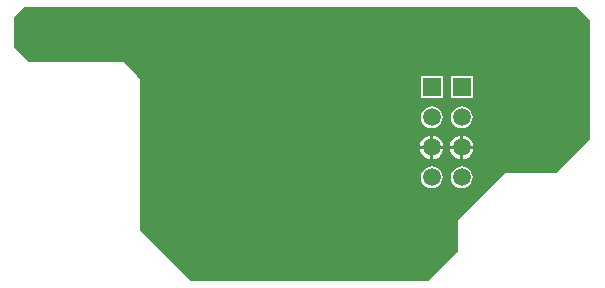
<source format=gbl>
G04 Layer_Physical_Order=2*
G04 Layer_Color=16711680*
%FSLAX24Y24*%
%MOIN*%
G70*
G01*
G75*
%ADD23R,0.0591X0.0591*%
%ADD24C,0.0591*%
%ADD25C,0.0320*%
G36*
X19050Y9550D02*
X19400Y9200D01*
Y5250D01*
X18250Y4100D01*
X16550D01*
X15000Y2550D01*
Y1500D01*
X14000Y500D01*
X6100D01*
X4400Y2200D01*
Y3200D01*
Y7250D01*
X4300Y7350D01*
X3850Y7800D01*
X700D01*
X200Y8300D01*
Y9300D01*
X550Y9650D01*
X18950D01*
X19050Y9550D01*
D02*
G37*
%LPC*%
G36*
X14475Y7325D02*
X13745D01*
Y6595D01*
X14475D01*
Y7325D01*
D02*
G37*
G36*
X15475Y7322D02*
X14745D01*
Y6592D01*
X15475D01*
Y7322D01*
D02*
G37*
G36*
X14110Y6328D02*
X14015Y6316D01*
X13926Y6279D01*
X13849Y6221D01*
X13791Y6144D01*
X13754Y6055D01*
X13742Y5960D01*
X13754Y5865D01*
X13791Y5776D01*
X13849Y5699D01*
X13926Y5641D01*
X14015Y5604D01*
X14110Y5592D01*
X14205Y5604D01*
X14294Y5641D01*
X14371Y5699D01*
X14429Y5776D01*
X14466Y5865D01*
X14478Y5960D01*
X14466Y6055D01*
X14429Y6144D01*
X14371Y6221D01*
X14294Y6279D01*
X14205Y6316D01*
X14110Y6328D01*
D02*
G37*
G36*
X15110Y6325D02*
X15015Y6313D01*
X14926Y6276D01*
X14849Y6217D01*
X14791Y6141D01*
X14754Y6052D01*
X14742Y5957D01*
X14754Y5861D01*
X14791Y5773D01*
X14849Y5696D01*
X14926Y5638D01*
X15015Y5601D01*
X15110Y5588D01*
X15205Y5601D01*
X15294Y5638D01*
X15371Y5696D01*
X15429Y5773D01*
X15466Y5861D01*
X15478Y5957D01*
X15466Y6052D01*
X15429Y6141D01*
X15371Y6217D01*
X15294Y6276D01*
X15205Y6313D01*
X15110Y6325D01*
D02*
G37*
G36*
X14160Y5352D02*
Y5010D01*
X14502D01*
X14495Y5063D01*
X14455Y5159D01*
X14392Y5242D01*
X14309Y5305D01*
X14213Y5345D01*
X14160Y5352D01*
D02*
G37*
G36*
X14060D02*
X14007Y5345D01*
X13911Y5305D01*
X13828Y5242D01*
X13765Y5159D01*
X13725Y5063D01*
X13718Y5010D01*
X14060D01*
Y5352D01*
D02*
G37*
G36*
X15160Y5349D02*
Y5007D01*
X15502D01*
X15495Y5060D01*
X15455Y5156D01*
X15392Y5239D01*
X15309Y5302D01*
X15213Y5342D01*
X15160Y5349D01*
D02*
G37*
G36*
X15060D02*
X15007Y5342D01*
X14911Y5302D01*
X14828Y5239D01*
X14765Y5156D01*
X14725Y5060D01*
X14718Y5007D01*
X15060D01*
Y5349D01*
D02*
G37*
G36*
X14502Y4910D02*
X14160D01*
Y4568D01*
X14213Y4575D01*
X14309Y4615D01*
X14392Y4678D01*
X14455Y4761D01*
X14495Y4857D01*
X14502Y4910D01*
D02*
G37*
G36*
X14060D02*
X13718D01*
X13725Y4857D01*
X13765Y4761D01*
X13828Y4678D01*
X13911Y4615D01*
X14007Y4575D01*
X14060Y4568D01*
Y4910D01*
D02*
G37*
G36*
X15502Y4907D02*
X15160D01*
Y4565D01*
X15213Y4572D01*
X15309Y4612D01*
X15392Y4675D01*
X15455Y4757D01*
X15495Y4854D01*
X15502Y4907D01*
D02*
G37*
G36*
X15060D02*
X14718D01*
X14725Y4854D01*
X14765Y4757D01*
X14828Y4675D01*
X14911Y4612D01*
X15007Y4572D01*
X15060Y4565D01*
Y4907D01*
D02*
G37*
G36*
X14110Y4328D02*
X14015Y4316D01*
X13926Y4279D01*
X13849Y4221D01*
X13791Y4144D01*
X13754Y4055D01*
X13742Y3960D01*
X13754Y3865D01*
X13791Y3776D01*
X13849Y3699D01*
X13926Y3641D01*
X14015Y3604D01*
X14110Y3592D01*
X14205Y3604D01*
X14294Y3641D01*
X14371Y3699D01*
X14429Y3776D01*
X14466Y3865D01*
X14478Y3960D01*
X14466Y4055D01*
X14429Y4144D01*
X14371Y4221D01*
X14294Y4279D01*
X14205Y4316D01*
X14110Y4328D01*
D02*
G37*
G36*
X15110Y4325D02*
X15015Y4313D01*
X14926Y4276D01*
X14849Y4217D01*
X14791Y4141D01*
X14754Y4052D01*
X14742Y3957D01*
X14754Y3861D01*
X14791Y3773D01*
X14849Y3696D01*
X14926Y3638D01*
X15015Y3601D01*
X15110Y3588D01*
X15205Y3601D01*
X15294Y3638D01*
X15371Y3696D01*
X15429Y3773D01*
X15466Y3861D01*
X15478Y3957D01*
X15466Y4052D01*
X15429Y4141D01*
X15371Y4217D01*
X15294Y4276D01*
X15205Y4313D01*
X15110Y4325D01*
D02*
G37*
%LPD*%
D23*
X14110Y6960D02*
D03*
X15110Y6957D02*
D03*
D24*
X14110Y5960D02*
D03*
Y4960D02*
D03*
Y3960D02*
D03*
X15110Y5957D02*
D03*
Y4957D02*
D03*
Y3957D02*
D03*
D25*
X11250Y4250D02*
D03*
X5200Y8550D02*
D03*
X10320D02*
D03*
X14614Y8086D02*
D03*
X8230Y6980D02*
D03*
X8200Y5500D02*
D03*
Y3950D02*
D03*
X11460Y5990D02*
D03*
X18900Y8050D02*
D03*
M02*

</source>
